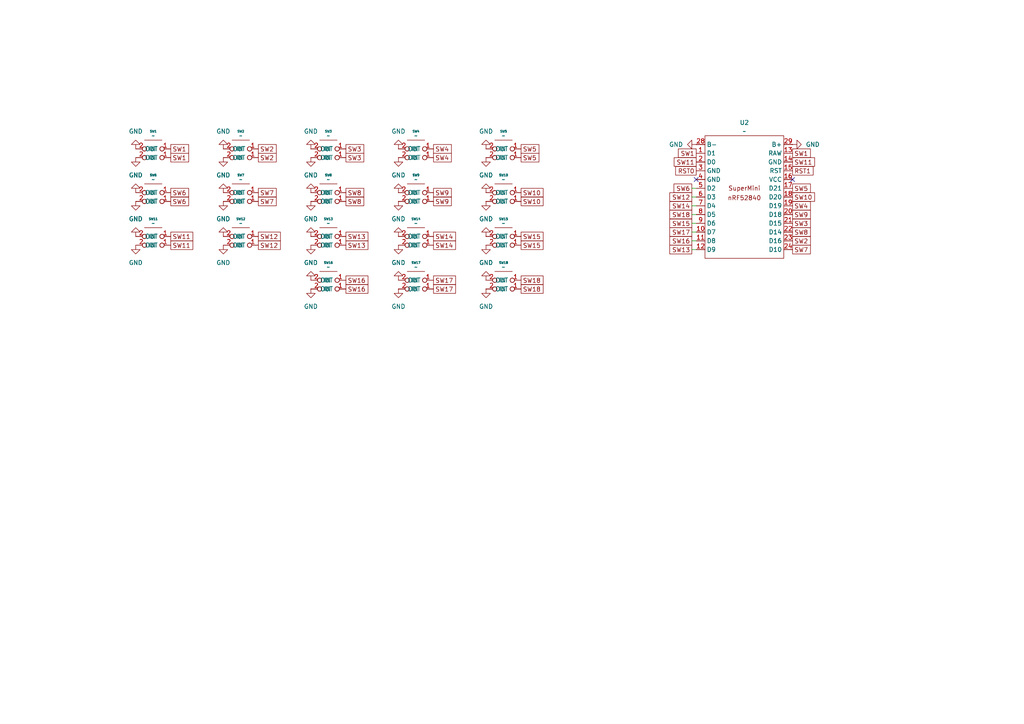
<source format=kicad_sch>
(kicad_sch (version 20231120) (generator "eeschema") (generator_version "8.0")
  (paper "A4")
  (lib_symbols
    (symbol "New_Library:SuperMini"
      (property "Reference" "U" (at 0 17.018 0))
      (symbol "SuperMini_0_1"
        (rectangle (start -11.43 15.24) (end 11.43 -20.32))
      )
      (symbol "SuperMini_1_1"
        (text "nRF52840" (at 0 -2.794 0) (effects (font (size 1.27 1.27))))
        (text "SuperMini" (at 0 0 0) (effects (font (size 1.27 1.27))))
        (pin passive line (at -13.97 10.16 0) (length 2.54) (name "D1") (number "1"))
        (pin passive line (at -13.97 -12.7 0) (length 2.54) (name "D7") (number "10"))
        (pin passive line (at -13.97 -15.24 0) (length 2.54) (name "D8") (number "11"))
        (pin passive line (at -13.97 -17.78 0) (length 2.54) (name "D9") (number "12"))
        (pin passive line (at 13.97 10.16 180) (length 2.54) (name "RAW") (number "13"))
        (pin passive line (at 13.97 7.62 180) (length 2.54) (name "GND") (number "14"))
        (pin passive line (at 13.97 5.08 180) (length 2.54) (name "RST") (number "15"))
        (pin passive line (at 13.97 2.54 180) (length 2.54) (name "VCC") (number "16"))
        (pin passive line (at 13.97 0 180) (length 2.54) (name "D21") (number "17"))
        (pin passive line (at 13.97 -2.54 180) (length 2.54) (name "D20") (number "18"))
        (pin passive line (at 13.97 -5.08 180) (length 2.54) (name "D19") (number "19"))
        (pin passive line (at -13.97 7.62 0) (length 2.54) (name "D0") (number "2"))
        (pin passive line (at 13.97 -7.62 180) (length 2.54) (name "D18") (number "20"))
        (pin passive line (at 13.97 -10.16 180) (length 2.54) (name "D15") (number "21"))
        (pin passive line (at 13.97 -12.7 180) (length 2.54) (name "D14") (number "22"))
        (pin passive line (at 13.97 -15.24 180) (length 2.54) (name "D16") (number "23"))
        (pin passive line (at 13.97 -17.78 180) (length 2.54) (name "D10") (number "24"))
        (pin passive line (at -13.97 12.7 0) (length 2.54) (name "B-") (number "28"))
        (pin passive line (at 13.97 12.7 180) (length 2.54) (name "B+") (number "29"))
        (pin passive line (at -13.97 5.08 0) (length 2.54) (name "GND") (number "3"))
        (pin passive line (at -13.97 2.54 0) (length 2.54) (name "GND") (number "4"))
        (pin passive line (at -13.97 0 0) (length 2.54) (name "D2") (number "5"))
        (pin passive line (at -13.97 -2.54 0) (length 2.54) (name "D3") (number "6"))
        (pin passive line (at -13.97 -5.08 0) (length 2.54) (name "D4") (number "7"))
        (pin passive line (at -13.97 -7.62 0) (length 2.54) (name "D5") (number "8"))
        (pin passive line (at -13.97 -10.16 0) (length 2.54) (name "D6") (number "9"))
      )
    )
    (symbol "New_Library:Switch_DS"
      (property "Reference" "SW1" (at 0 3.556 0))
      (property "Value" "~" (at 0 -1.27 0))
      (symbol "Switch_DS_0_1"
        (polyline (pts (xy 2.54 2.54) (xy -2.54 2.54)))
      )
      (symbol "Switch_DS_1_1"
        (pin passive inverted (at 5.08 -2.54 180) (length 3.175) (name "OUT") (number "1"))
        (pin passive inverted (at 5.08 0 180) (length 3.175) (name "OUT") (number "1"))
        (pin passive inverted (at -5.08 -2.54 0) (length 3.175) (name "IN") (number "2"))
        (pin passive inverted (at -5.08 0 0) (length 3.175) (name "IN") (number "2"))
      )
    )
    (symbol "power:GND" (power) (pin_numbers hide) (pin_names (offset 0) hide)
      (property "Value" "GND" (at 0 -3.81 0))
      (symbol "GND_0_1"
        (polyline (pts (xy 0 0) (xy 0 -1.27) (xy 1.27 -1.27) (xy 0 -2.54) (xy -1.27 -1.27) (xy 0 -1.27)))
      )
      (symbol "GND_1_1"
        (pin power_in line (at 0 0 270) (length 0) (name "~") (number "1"))
      )
    )
  )
  (no_connect (at 201.93 52.07))
  (no_connect (at 229.87 52.07))
  (wire (pts (xy 200.66 72.39) (xy 201.93 72.39)))
  (wire (pts (xy 200.66 64.77) (xy 201.93 64.77)))
  (wire (pts (xy 200.66 54.61) (xy 201.93 54.61)))
  (wire (pts (xy 200.66 59.69) (xy 201.93 59.69)))
  (wire (pts (xy 200.66 67.31) (xy 201.93 67.31)))
  (wire (pts (xy 200.66 62.23) (xy 201.93 62.23)))
  (wire (pts (xy 200.66 69.85) (xy 201.93 69.85)))
  (wire (pts (xy 200.66 57.15) (xy 201.93 57.15)))
  (global_label "SW1" (shape passive) (at 49.53 43.18 0) (property "Intersheetrefs" "${INTERSHEET_REFS}" (effects (hide yes))))
  (global_label "SW12" (shape passive) (at 74.93 71.12 0) (property "Intersheetrefs" "${INTERSHEET_REFS}" (effects (hide yes))))
  (global_label "SW1" (shape passive) (at 49.53 45.72 0) (property "Intersheetrefs" "${INTERSHEET_REFS}" (effects (hide yes))))
  (global_label "SW3" (shape passive) (at 100.33 45.72 0) (property "Intersheetrefs" "${INTERSHEET_REFS}" (effects (hide yes))))
  (global_label "SW14" (shape passive) (at 200.66 59.69 180) (property "Intersheetrefs" "${INTERSHEET_REFS}" (effects (hide yes))))
  (global_label "SW2" (shape passive) (at 229.87 69.85 0) (property "Intersheetrefs" "${INTERSHEET_REFS}" (effects (hide yes))))
  (global_label "SW10" (shape passive) (at 151.13 58.42 0) (property "Intersheetrefs" "${INTERSHEET_REFS}" (effects (hide yes))))
  (global_label "SW16" (shape passive) (at 100.33 81.28 0) (property "Intersheetrefs" "${INTERSHEET_REFS}" (effects (hide yes))))
  (global_label "SW17" (shape passive) (at 200.66 67.31 180) (property "Intersheetrefs" "${INTERSHEET_REFS}" (effects (hide yes))))
  (global_label "SW5" (shape passive) (at 151.13 45.72 0) (property "Intersheetrefs" "${INTERSHEET_REFS}" (effects (hide yes))))
  (global_label "SW3" (shape passive) (at 229.87 64.77 0) (property "Intersheetrefs" "${INTERSHEET_REFS}" (effects (hide yes))))
  (global_label "SW4" (shape passive) (at 229.87 59.69 0) (property "Intersheetrefs" "${INTERSHEET_REFS}" (effects (hide yes))))
  (global_label "SW18" (shape passive) (at 151.13 81.28 0) (property "Intersheetrefs" "${INTERSHEET_REFS}" (effects (hide yes))))
  (global_label "SW17" (shape passive) (at 125.73 81.28 0) (property "Intersheetrefs" "${INTERSHEET_REFS}" (effects (hide yes))))
  (global_label "SW6" (shape passive) (at 49.53 58.42 0) (property "Intersheetrefs" "${INTERSHEET_REFS}" (effects (hide yes))))
  (global_label "SW3" (shape passive) (at 100.33 43.18 0) (property "Intersheetrefs" "${INTERSHEET_REFS}" (effects (hide yes))))
  (global_label "SW7" (shape passive) (at 229.87 72.39 0) (property "Intersheetrefs" "${INTERSHEET_REFS}" (effects (hide yes))))
  (global_label "SW14" (shape passive) (at 125.73 68.58 0) (property "Intersheetrefs" "${INTERSHEET_REFS}" (effects (hide yes))))
  (global_label "SW15" (shape passive) (at 200.66 64.77 180) (property "Intersheetrefs" "${INTERSHEET_REFS}" (effects (hide yes))))
  (global_label "SW5" (shape passive) (at 229.87 54.61 0) (property "Intersheetrefs" "${INTERSHEET_REFS}" (effects (hide yes))))
  (global_label "SW8" (shape passive) (at 100.33 58.42 0) (property "Intersheetrefs" "${INTERSHEET_REFS}" (effects (hide yes))))
  (global_label "SW10" (shape passive) (at 151.13 55.88 0) (property "Intersheetrefs" "${INTERSHEET_REFS}" (effects (hide yes))))
  (global_label "SW10" (shape passive) (at 229.87 57.15 0) (property "Intersheetrefs" "${INTERSHEET_REFS}" (effects (hide yes))))
  (global_label "SW16" (shape passive) (at 200.66 69.85 180) (property "Intersheetrefs" "${INTERSHEET_REFS}" (effects (hide yes))))
  (global_label "SW9" (shape passive) (at 125.73 58.42 0) (property "Intersheetrefs" "${INTERSHEET_REFS}" (effects (hide yes))))
  (global_label "SW18" (shape passive) (at 200.66 62.23 180) (property "Intersheetrefs" "${INTERSHEET_REFS}" (effects (hide yes))))
  (global_label "SW12" (shape passive) (at 74.93 68.58 0) (property "Intersheetrefs" "${INTERSHEET_REFS}" (effects (hide yes))))
  (global_label "SW4" (shape passive) (at 125.73 43.18 0) (property "Intersheetrefs" "${INTERSHEET_REFS}" (effects (hide yes))))
  (global_label "SW6" (shape passive) (at 49.53 55.88 0) (property "Intersheetrefs" "${INTERSHEET_REFS}" (effects (hide yes))))
  (global_label "SW15" (shape passive) (at 151.13 68.58 0) (property "Intersheetrefs" "${INTERSHEET_REFS}" (effects (hide yes))))
  (global_label "SW13" (shape passive) (at 200.66 72.39 180) (property "Intersheetrefs" "${INTERSHEET_REFS}" (effects (hide yes))))
  (global_label "SW1" (shape passive) (at 201.93 44.45 180) (property "Intersheetrefs" "${INTERSHEET_REFS}" (effects (hide yes))))
  (global_label "SW14" (shape passive) (at 125.73 71.12 0) (property "Intersheetrefs" "${INTERSHEET_REFS}" (effects (hide yes))))
  (global_label "SW13" (shape passive) (at 100.33 71.12 0) (property "Intersheetrefs" "${INTERSHEET_REFS}" (effects (hide yes))))
  (global_label "RST0" (shape passive) (at 201.93 49.53 180) (property "Intersheetrefs" "${INTERSHEET_REFS}" (effects (hide yes))))
  (global_label "SW13" (shape passive) (at 100.33 68.58 0) (property "Intersheetrefs" "${INTERSHEET_REFS}" (effects (hide yes))))
  (global_label "SW2" (shape passive) (at 74.93 43.18 0) (property "Intersheetrefs" "${INTERSHEET_REFS}" (effects (hide yes))))
  (global_label "SW5" (shape passive) (at 151.13 43.18 0) (property "Intersheetrefs" "${INTERSHEET_REFS}" (effects (hide yes))))
  (global_label "SW11" (shape passive) (at 201.93 46.99 180) (property "Intersheetrefs" "${INTERSHEET_REFS}" (effects (hide yes))))
  (global_label "SW11" (shape passive) (at 229.87 46.99 0) (property "Intersheetrefs" "${INTERSHEET_REFS}" (effects (hide yes))))
  (global_label "SW11" (shape passive) (at 49.53 68.58 0) (property "Intersheetrefs" "${INTERSHEET_REFS}" (effects (hide yes))))
  (global_label "SW9" (shape passive) (at 125.73 55.88 0) (property "Intersheetrefs" "${INTERSHEET_REFS}" (effects (hide yes))))
  (global_label "SW18" (shape passive) (at 151.13 83.82 0) (property "Intersheetrefs" "${INTERSHEET_REFS}" (effects (hide yes))))
  (global_label "SW1" (shape passive) (at 229.87 44.45 0) (property "Intersheetrefs" "${INTERSHEET_REFS}" (effects (hide yes))))
  (global_label "SW12" (shape passive) (at 200.66 57.15 180) (property "Intersheetrefs" "${INTERSHEET_REFS}" (effects (hide yes))))
  (global_label "SW17" (shape passive) (at 125.73 83.82 0) (property "Intersheetrefs" "${INTERSHEET_REFS}" (effects (hide yes))))
  (global_label "SW8" (shape passive) (at 100.33 55.88 0) (property "Intersheetrefs" "${INTERSHEET_REFS}" (effects (hide yes))))
  (global_label "SW4" (shape passive) (at 125.73 45.72 0) (property "Intersheetrefs" "${INTERSHEET_REFS}" (effects (hide yes))))
  (global_label "SW7" (shape passive) (at 74.93 58.42 0) (property "Intersheetrefs" "${INTERSHEET_REFS}" (effects (hide yes))))
  (global_label "SW8" (shape passive) (at 229.87 67.31 0) (property "Intersheetrefs" "${INTERSHEET_REFS}" (effects (hide yes))))
  (global_label "SW7" (shape passive) (at 74.93 55.88 0) (property "Intersheetrefs" "${INTERSHEET_REFS}" (effects (hide yes))))
  (global_label "SW6" (shape passive) (at 200.66 54.61 180) (property "Intersheetrefs" "${INTERSHEET_REFS}" (effects (hide yes))))
  (global_label "SW9" (shape passive) (at 229.87 62.23 0) (property "Intersheetrefs" "${INTERSHEET_REFS}" (effects (hide yes))))
  (global_label "RST1" (shape passive) (at 229.87 49.53 0) (property "Intersheetrefs" "${INTERSHEET_REFS}" (effects (hide yes))))
  (global_label "SW2" (shape passive) (at 74.93 45.72 0) (property "Intersheetrefs" "${INTERSHEET_REFS}" (effects (hide yes))))
  (global_label "SW15" (shape passive) (at 151.13 71.12 0) (property "Intersheetrefs" "${INTERSHEET_REFS}" (effects (hide yes))))
  (global_label "SW11" (shape passive) (at 49.53 71.12 0) (property "Intersheetrefs" "${INTERSHEET_REFS}" (effects (hide yes))))
  (global_label "SW16" (shape passive) (at 100.33 83.82 0) (property "Intersheetrefs" "${INTERSHEET_REFS}" (effects (hide yes))))
  (symbol (lib_id "power:GND") (at 201.93 41.91 270) (unit 1)
    (property "Reference" "#PWR039" (effects (hide yes)))
    (property "Value" "GND" (at 198.12 41.9099 90) (effects (justify right)))
    (property "Description" "Power symbol creates a global label with name \"GND\" , ground" (effects (hide yes)))
  )
  (symbol (lib_id "power:GND") (at 140.97 58.42 0) (unit 1)
    (property "Reference" "#PWR011" (effects (hide yes)))
    (property "Value" "GND" (at 140.97 63.5 0))
    (property "Description" "Power symbol creates a global label with name \"GND\" , ground" (effects (hide yes)))
  )
  (symbol (lib_id "New_Library:Switch_DS") (at 146.05 81.28 0) (unit 1)
    (property "Reference" "SW18" (at 146.05 76.2 0) (effects (font (size 0.635 0.635))))
    (property "Value" "~" (at 146.05 77.47 0))
    (property "Footprint" "PCM_Switch_Keyboard_Kailh:SW_KLPv2_DS" (effects (hide yes)))
  )
  (symbol (lib_id "power:GND") (at 140.97 83.82 0) (unit 1)
    (property "Reference" "#PWR021" (effects (hide yes)))
    (property "Value" "GND" (at 140.97 88.9 0))
    (property "Description" "Power symbol creates a global label with name \"GND\" , ground" (effects (hide yes)))
  )
  (symbol (lib_id "New_Library:Switch_DS") (at 120.65 68.58 0) (unit 1)
    (property "Reference" "SW14" (at 120.65 63.5 0) (effects (font (size 0.635 0.635))))
    (property "Value" "~" (at 120.65 64.77 0))
    (property "Footprint" "PCM_Switch_Keyboard_Kailh:SW_KLPv2_DS" (effects (hide yes)))
  )
  (symbol (lib_id "power:GND") (at 140.97 68.58 180) (unit 1)
    (property "Reference" "#PWR033" (effects (hide yes)))
    (property "Value" "GND" (at 140.97 63.5 0))
    (property "Description" "Power symbol creates a global label with name \"GND\" , ground" (effects (hide yes)))
  )
  (symbol (lib_id "power:GND") (at 115.57 81.28 180) (unit 1)
    (property "Reference" "#PWR035" (effects (hide yes)))
    (property "Value" "GND" (at 115.57 76.2 0))
    (property "Description" "Power symbol creates a global label with name \"GND\" , ground" (effects (hide yes)))
  )
  (symbol (lib_id "power:GND") (at 39.37 55.88 180) (unit 1)
    (property "Reference" "#PWR04" (effects (hide yes)))
    (property "Value" "GND" (at 39.37 50.8 0))
    (property "Description" "Power symbol creates a global label with name \"GND\" , ground" (effects (hide yes)))
  )
  (symbol (lib_id "New_Library:Switch_DS") (at 44.45 43.18 0) (unit 1)
    (property "Reference" "SW1" (at 44.45 38.1 0) (effects (font (size 0.635 0.635))))
    (property "Value" "~" (at 44.45 39.37 0))
    (property "Footprint" "PCM_Switch_Keyboard_Kailh:SW_KLPv2_DS" (effects (hide yes)))
  )
  (symbol (lib_id "New_Library:Switch_DS") (at 146.05 55.88 0) (unit 1)
    (property "Reference" "SW10" (at 146.05 50.8 0) (effects (font (size 0.635 0.635))))
    (property "Value" "~" (at 146.05 52.07 0))
    (property "Footprint" "PCM_Switch_Keyboard_Kailh:SW_KLPv2_DS" (effects (hide yes)))
  )
  (symbol (lib_id "power:GND") (at 90.17 83.82 0) (unit 1)
    (property "Reference" "#PWR019" (effects (hide yes)))
    (property "Value" "GND" (at 90.17 88.9 0))
    (property "Description" "Power symbol creates a global label with name \"GND\" , ground" (effects (hide yes)))
  )
  (symbol (lib_id "power:GND") (at 140.97 81.28 180) (unit 1)
    (property "Reference" "#PWR034" (effects (hide yes)))
    (property "Value" "GND" (at 140.97 76.2 0))
    (property "Description" "Power symbol creates a global label with name \"GND\" , ground" (effects (hide yes)))
  )
  (symbol (lib_id "power:GND") (at 64.77 55.88 180) (unit 1)
    (property "Reference" "#PWR023" (effects (hide yes)))
    (property "Value" "GND" (at 64.77 50.8 0))
    (property "Description" "Power symbol creates a global label with name \"GND\" , ground" (effects (hide yes)))
  )
  (symbol (lib_id "power:GND") (at 115.57 58.42 0) (unit 1)
    (property "Reference" "#PWR012" (effects (hide yes)))
    (property "Value" "GND" (at 115.57 63.5 0))
    (property "Description" "Power symbol creates a global label with name \"GND\" , ground" (effects (hide yes)))
  )
  (symbol (lib_id "power:GND") (at 140.97 43.18 180) (unit 1)
    (property "Reference" "#PWR027" (effects (hide yes)))
    (property "Value" "GND" (at 140.97 38.1 0))
    (property "Description" "Power symbol creates a global label with name \"GND\" , ground" (effects (hide yes)))
  )
  (symbol (lib_id "New_Library:Switch_DS") (at 120.65 43.18 0) (unit 1)
    (property "Reference" "SW4" (at 120.65 38.1 0) (effects (font (size 0.635 0.635))))
    (property "Value" "~" (at 120.65 39.37 0))
    (property "Footprint" "PCM_Switch_Keyboard_Kailh:SW_KLPv2_DS" (effects (hide yes)))
  )
  (symbol (lib_id "New_Library:Switch_DS") (at 44.45 68.58 0) (unit 1)
    (property "Reference" "SW11" (at 44.45 63.5 0) (effects (font (size 0.635 0.635))))
    (property "Value" "~" (at 44.45 64.77 0))
    (property "Footprint" "PCM_Switch_Keyboard_Kailh:SW_KLPv2_DS" (effects (hide yes)))
  )
  (symbol (lib_id "New_Library:Switch_DS") (at 120.65 81.28 0) (unit 1)
    (property "Reference" "SW17" (at 120.65 76.2 0) (effects (font (size 0.635 0.635))))
    (property "Value" "~" (at 120.65 77.47 0))
    (property "Footprint" "PCM_Switch_Keyboard_Kailh:SW_KLPv2_DS" (effects (hide yes)))
  )
  (symbol (lib_id "power:GND") (at 115.57 43.18 180) (unit 1)
    (property "Reference" "#PWR026" (effects (hide yes)))
    (property "Value" "GND" (at 115.57 38.1 0))
    (property "Description" "Power symbol creates a global label with name \"GND\" , ground" (effects (hide yes)))
  )
  (symbol (lib_id "New_Library:Switch_DS") (at 69.85 68.58 0) (unit 1)
    (property "Reference" "SW12" (at 69.85 63.5 0) (effects (font (size 0.635 0.635))))
    (property "Value" "~" (at 69.85 64.77 0))
    (property "Footprint" "PCM_Switch_Keyboard_Kailh:SW_KLPv2_DS" (effects (hide yes)))
  )
  (symbol (lib_id "power:GND") (at 64.77 68.58 180) (unit 1)
    (property "Reference" "#PWR022" (effects (hide yes)))
    (property "Value" "GND" (at 64.77 63.5 0))
    (property "Description" "Power symbol creates a global label with name \"GND\" , ground" (effects (hide yes)))
  )
  (symbol (lib_id "power:GND") (at 140.97 71.12 0) (unit 1)
    (property "Reference" "#PWR010" (effects (hide yes)))
    (property "Value" "GND" (at 140.97 76.2 0))
    (property "Description" "Power symbol creates a global label with name \"GND\" , ground" (effects (hide yes)))
  )
  (symbol (lib_id "power:GND") (at 90.17 58.42 0) (unit 1)
    (property "Reference" "#PWR013" (effects (hide yes)))
    (property "Value" "GND" (at 90.17 63.5 0))
    (property "Description" "Power symbol creates a global label with name \"GND\" , ground" (effects (hide yes)))
  )
  (symbol (lib_id "power:GND") (at 115.57 45.72 0) (unit 1)
    (property "Reference" "#PWR017" (effects (hide yes)))
    (property "Value" "GND" (at 115.57 50.8 0))
    (property "Description" "Power symbol creates a global label with name \"GND\" , ground" (effects (hide yes)))
  )
  (symbol (lib_id "power:GND") (at 64.77 58.42 0) (unit 1)
    (property "Reference" "#PWR014" (effects (hide yes)))
    (property "Value" "GND" (at 64.77 63.5 0))
    (property "Description" "Power symbol creates a global label with name \"GND\" , ground" (effects (hide yes)))
  )
  (symbol (lib_id "New_Library:Switch_DS") (at 69.85 43.18 0) (unit 1)
    (property "Reference" "SW2" (at 69.85 38.1 0) (effects (font (size 0.635 0.635))))
    (property "Value" "~" (at 69.85 39.37 0))
    (property "Footprint" "PCM_Switch_Keyboard_Kailh:SW_KLPv2_DS" (effects (hide yes)))
  )
  (symbol (lib_id "New_Library:Switch_DS") (at 120.65 55.88 0) (unit 1)
    (property "Reference" "SW9" (at 120.65 50.8 0) (effects (font (size 0.635 0.635))))
    (property "Value" "~" (at 120.65 52.07 0))
    (property "Footprint" "PCM_Switch_Keyboard_Kailh:SW_KLPv2_DS" (effects (hide yes)))
  )
  (symbol (lib_id "New_Library:Switch_DS") (at 146.05 68.58 0) (unit 1)
    (property "Reference" "SW15" (at 146.05 63.5 0) (effects (font (size 0.635 0.635))))
    (property "Value" "~" (at 146.05 64.77 0))
    (property "Footprint" "PCM_Switch_Keyboard_Kailh:SW_KLPv2_DS" (effects (hide yes)))
  )
  (symbol (lib_id "power:GND") (at 115.57 55.88 180) (unit 1)
    (property "Reference" "#PWR029" (effects (hide yes)))
    (property "Value" "GND" (at 115.57 50.8 0))
    (property "Description" "Power symbol creates a global label with name \"GND\" , ground" (effects (hide yes)))
  )
  (symbol (lib_id "power:GND") (at 39.37 45.72 0) (unit 1)
    (property "Reference" "#PWR01" (effects (hide yes)))
    (property "Value" "GND" (at 39.37 50.8 0))
    (property "Description" "Power symbol creates a global label with name \"GND\" , ground" (effects (hide yes)))
  )
  (symbol (lib_id "New_Library:Switch_DS") (at 44.45 55.88 0) (unit 1)
    (property "Reference" "SW6" (at 44.45 50.8 0) (effects (font (size 0.635 0.635))))
    (property "Value" "~" (at 44.45 52.07 0))
    (property "Footprint" "PCM_Switch_Keyboard_Kailh:SW_KLPv2_DS" (effects (hide yes)))
  )
  (symbol (lib_id "New_Library:SuperMini") (at 215.9 54.61 0) (unit 1)
    (property "Reference" "U2" (at 215.9 35.56 0))
    (property "Value" "~" (at 215.9 38.1 0))
    (property "Footprint" "Library:SuperMini NRF52840" (effects (hide yes)))
  )
  (symbol (lib_id "power:GND") (at 115.57 68.58 180) (unit 1)
    (property "Reference" "#PWR032" (effects (hide yes)))
    (property "Value" "GND" (at 115.57 63.5 0))
    (property "Description" "Power symbol creates a global label with name \"GND\" , ground" (effects (hide yes)))
  )
  (symbol (lib_id "power:GND") (at 39.37 58.42 0) (unit 1)
    (property "Reference" "#PWR03" (effects (hide yes)))
    (property "Value" "GND" (at 39.37 63.5 0))
    (property "Description" "Power symbol creates a global label with name \"GND\" , ground" (effects (hide yes)))
  )
  (symbol (lib_id "power:GND") (at 140.97 45.72 0) (unit 1)
    (property "Reference" "#PWR018" (effects (hide yes)))
    (property "Value" "GND" (at 140.97 50.8 0))
    (property "Description" "Power symbol creates a global label with name \"GND\" , ground" (effects (hide yes)))
  )
  (symbol (lib_id "power:GND") (at 64.77 45.72 0) (unit 1)
    (property "Reference" "#PWR015" (effects (hide yes)))
    (property "Value" "GND" (at 64.77 50.8 0))
    (property "Description" "Power symbol creates a global label with name \"GND\" , ground" (effects (hide yes)))
  )
  (symbol (lib_id "power:GND") (at 90.17 55.88 180) (unit 1)
    (property "Reference" "#PWR030" (effects (hide yes)))
    (property "Value" "GND" (at 90.17 50.8 0))
    (property "Description" "Power symbol creates a global label with name \"GND\" , ground" (effects (hide yes)))
  )
  (symbol (lib_id "power:GND") (at 39.37 71.12 0) (unit 1)
    (property "Reference" "#PWR06" (effects (hide yes)))
    (property "Value" "GND" (at 39.37 76.2 0))
    (property "Description" "Power symbol creates a global label with name \"GND\" , ground" (effects (hide yes)))
  )
  (symbol (lib_id "power:GND") (at 90.17 68.58 180) (unit 1)
    (property "Reference" "#PWR031" (effects (hide yes)))
    (property "Value" "GND" (at 90.17 63.5 0))
    (property "Description" "Power symbol creates a global label with name \"GND\" , ground" (effects (hide yes)))
  )
  (symbol (lib_id "power:GND") (at 64.77 43.18 180) (unit 1)
    (property "Reference" "#PWR024" (effects (hide yes)))
    (property "Value" "GND" (at 64.77 38.1 0))
    (property "Description" "Power symbol creates a global label with name \"GND\" , ground" (effects (hide yes)))
  )
  (symbol (lib_id "power:GND") (at 115.57 71.12 0) (unit 1)
    (property "Reference" "#PWR09" (effects (hide yes)))
    (property "Value" "GND" (at 115.57 76.2 0))
    (property "Description" "Power symbol creates a global label with name \"GND\" , ground" (effects (hide yes)))
  )
  (symbol (lib_id "New_Library:Switch_DS") (at 95.25 81.28 0) (unit 1)
    (property "Reference" "SW16" (at 95.25 76.2 0) (effects (font (size 0.635 0.635))))
    (property "Value" "~" (at 95.25 77.47 0))
    (property "Footprint" "PCM_Switch_Keyboard_Kailh:SW_KLPv2_DS" (effects (hide yes)))
  )
  (symbol (lib_id "power:GND") (at 39.37 68.58 180) (unit 1)
    (property "Reference" "#PWR05" (effects (hide yes)))
    (property "Value" "GND" (at 39.37 63.5 0))
    (property "Description" "Power symbol creates a global label with name \"GND\" , ground" (effects (hide yes)))
  )
  (symbol (lib_id "power:GND") (at 90.17 43.18 180) (unit 1)
    (property "Reference" "#PWR025" (effects (hide yes)))
    (property "Value" "GND" (at 90.17 38.1 0))
    (property "Description" "Power symbol creates a global label with name \"GND\" , ground" (effects (hide yes)))
  )
  (symbol (lib_id "New_Library:Switch_DS") (at 69.85 55.88 0) (unit 1)
    (property "Reference" "SW7" (at 69.85 50.8 0) (effects (font (size 0.635 0.635))))
    (property "Value" "~" (at 69.85 52.07 0))
    (property "Footprint" "PCM_Switch_Keyboard_Kailh:SW_KLPv2_DS" (effects (hide yes)))
  )
  (symbol (lib_id "power:GND") (at 64.77 71.12 0) (unit 1)
    (property "Reference" "#PWR07" (effects (hide yes)))
    (property "Value" "GND" (at 64.77 76.2 0))
    (property "Description" "Power symbol creates a global label with name \"GND\" , ground" (effects (hide yes)))
  )
  (symbol (lib_id "New_Library:Switch_DS") (at 95.25 68.58 0) (unit 1)
    (property "Reference" "SW13" (at 95.25 63.5 0) (effects (font (size 0.635 0.635))))
    (property "Value" "~" (at 95.25 64.77 0))
    (property "Footprint" "PCM_Switch_Keyboard_Kailh:SW_KLPv2_DS" (effects (hide yes)))
  )
  (symbol (lib_id "New_Library:Switch_DS") (at 95.25 55.88 0) (unit 1)
    (property "Reference" "SW8" (at 95.25 50.8 0) (effects (font (size 0.635 0.635))))
    (property "Value" "~" (at 95.25 52.07 0))
    (property "Footprint" "PCM_Switch_Keyboard_Kailh:SW_KLPv2_DS" (effects (hide yes)))
  )
  (symbol (lib_id "power:GND") (at 115.57 83.82 0) (unit 1)
    (property "Reference" "#PWR020" (effects (hide yes)))
    (property "Value" "GND" (at 115.57 88.9 0))
    (property "Description" "Power symbol creates a global label with name \"GND\" , ground" (effects (hide yes)))
  )
  (symbol (lib_id "New_Library:Switch_DS") (at 95.25 43.18 0) (unit 1)
    (property "Reference" "SW3" (at 95.25 38.1 0) (effects (font (size 0.635 0.635))))
    (property "Value" "~" (at 95.25 39.37 0))
    (property "Footprint" "PCM_Switch_Keyboard_Kailh:SW_KLPv2_DS" (effects (hide yes)))
  )
  (symbol (lib_id "power:GND") (at 229.87 41.91 90) (unit 1)
    (property "Reference" "#PWR037" (effects (hide yes)))
    (property "Value" "GND" (at 233.68 41.9099 90) (effects (justify right)))
    (property "Description" "Power symbol creates a global label with name \"GND\" , ground" (effects (hide yes)))
  )
  (symbol (lib_id "power:GND") (at 140.97 55.88 180) (unit 1)
    (property "Reference" "#PWR028" (effects (hide yes)))
    (property "Value" "GND" (at 140.97 50.8 0))
    (property "Description" "Power symbol creates a global label with name \"GND\" , ground" (effects (hide yes)))
  )
  (symbol (lib_id "New_Library:Switch_DS") (at 146.05 43.18 0) (unit 1)
    (property "Reference" "SW5" (at 146.05 38.1 0) (effects (font (size 0.635 0.635))))
    (property "Value" "~" (at 146.05 39.37 0))
    (property "Footprint" "PCM_Switch_Keyboard_Kailh:SW_KLPv2_DS" (effects (hide yes)))
  )
  (symbol (lib_id "power:GND") (at 90.17 81.28 180) (unit 1)
    (property "Reference" "#PWR036" (effects (hide yes)))
    (property "Value" "GND" (at 90.17 76.2 0))
    (property "Description" "Power symbol creates a global label with name \"GND\" , ground" (effects (hide yes)))
  )
  (symbol (lib_id "power:GND") (at 39.37 43.18 180) (unit 1)
    (property "Reference" "#PWR02" (effects (hide yes)))
    (property "Value" "GND" (at 39.37 38.1 0))
    (property "Description" "Power symbol creates a global label with name \"GND\" , ground" (effects (hide yes)))
  )
  (symbol (lib_id "power:GND") (at 90.17 71.12 0) (unit 1)
    (property "Reference" "#PWR08" (effects (hide yes)))
    (property "Value" "GND" (at 90.17 76.2 0))
    (property "Description" "Power symbol creates a global label with name \"GND\" , ground" (effects (hide yes)))
  )
  (symbol (lib_id "power:GND") (at 90.17 45.72 0) (unit 1)
    (property "Reference" "#PWR016" (effects (hide yes)))
    (property "Value" "GND" (at 90.17 50.8 0))
    (property "Description" "Power symbol creates a global label with name \"GND\" , ground" (effects (hide yes)))
  )
)
</source>
